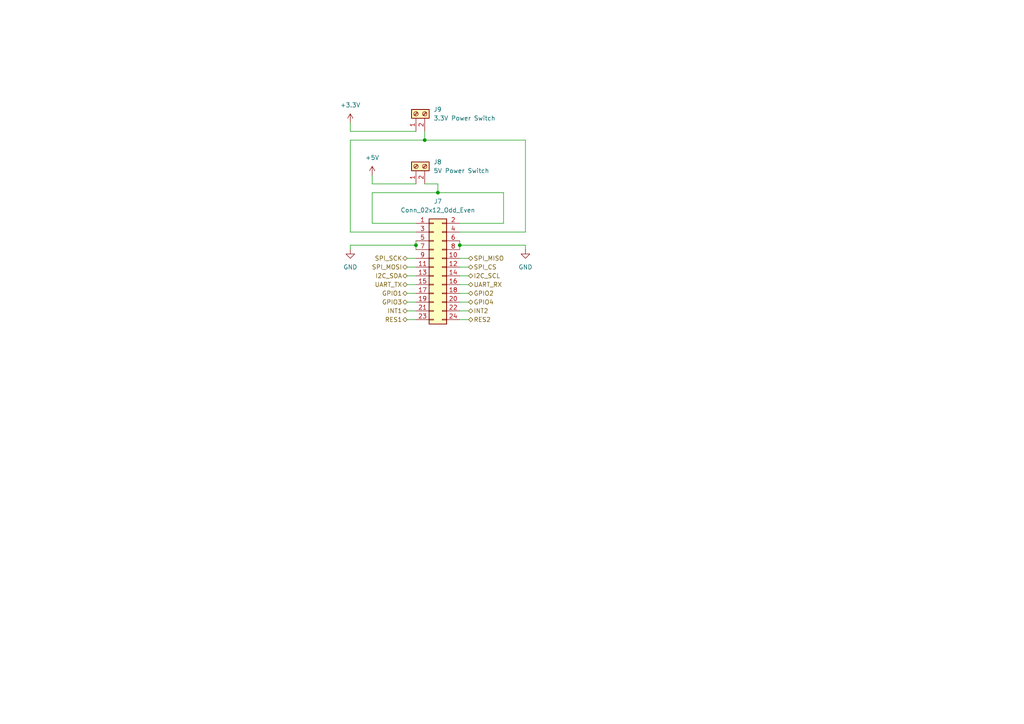
<source format=kicad_sch>
(kicad_sch (version 20250114) (generator "eeschema") (generator_version "9.0")
  (paper "A4")
  (lib_symbols
    (symbol "Connector:Screw_Terminal_01x02" (pin_names (offset 1.016) (hide yes))
      (property "Reference" "J" (at 0 2.54 0))
      (property "Value" "Screw_Terminal_01x02" (at 0 -5.08 0))
      (symbol "Screw_Terminal_01x02_1_1"
        (rectangle (start -1.27 1.27) (end 1.27 -3.81) (stroke (width 0.254)) (fill (type background)))
        (polyline (pts (xy -0.5334 0.3302) (xy 0.3302 -0.508)) (stroke (width 0.1524)))
        (polyline (pts (xy -0.5334 -2.2098) (xy 0.3302 -3.048)) (stroke (width 0.1524)))
        (polyline (pts (xy -0.3556 0.508) (xy 0.508 -0.3302)) (stroke (width 0.1524)))
        (polyline (pts (xy -0.3556 -2.032) (xy 0.508 -2.8702)) (stroke (width 0.1524)))
        (circle (center 0 0) (radius 0.635) (stroke (width 0.1524)))
        (circle (center 0 -2.54) (radius 0.635) (stroke (width 0.1524)))
        (pin passive line (at -5.08 0 0) (length 3.81) (name "Pin_1") (number "1"))
        (pin passive line (at -5.08 -2.54 0) (length 3.81) (name "Pin_2") (number "2"))
      )
    )
    (symbol "Connector_Generic:Conn_02x12_Odd_Even" (pin_names (offset 1.016) (hide yes))
      (property "Reference" "J" (at 1.27 15.24 0))
      (property "Value" "Conn_02x12_Odd_Even" (at 1.27 -17.78 0))
      (symbol "Conn_02x12_Odd_Even_1_1"
        (rectangle (start -1.27 13.97) (end 3.81 -16.51) (stroke (width 0.254)) (fill (type background)))
        (rectangle (start -1.27 12.827) (end 0 12.573) (stroke (width 0.1524)))
        (rectangle (start -1.27 10.287) (end 0 10.033) (stroke (width 0.1524)))
        (rectangle (start -1.27 7.747) (end 0 7.493) (stroke (width 0.1524)))
        (rectangle (start -1.27 5.207) (end 0 4.953) (stroke (width 0.1524)))
        (rectangle (start -1.27 2.667) (end 0 2.413) (stroke (width 0.1524)))
        (rectangle (start -1.27 0.127) (end 0 -0.127) (stroke (width 0.1524)))
        (rectangle (start -1.27 -2.413) (end 0 -2.667) (stroke (width 0.1524)))
        (rectangle (start -1.27 -4.953) (end 0 -5.207) (stroke (width 0.1524)))
        (rectangle (start -1.27 -7.493) (end 0 -7.747) (stroke (width 0.1524)))
        (rectangle (start -1.27 -10.033) (end 0 -10.287) (stroke (width 0.1524)))
        (rectangle (start -1.27 -12.573) (end 0 -12.827) (stroke (width 0.1524)))
        (rectangle (start -1.27 -15.113) (end 0 -15.367) (stroke (width 0.1524)))
        (rectangle (start 3.81 12.827) (end 2.54 12.573) (stroke (width 0.1524)))
        (rectangle (start 3.81 10.287) (end 2.54 10.033) (stroke (width 0.1524)))
        (rectangle (start 3.81 7.747) (end 2.54 7.493) (stroke (width 0.1524)))
        (rectangle (start 3.81 5.207) (end 2.54 4.953) (stroke (width 0.1524)))
        (rectangle (start 3.81 2.667) (end 2.54 2.413) (stroke (width 0.1524)))
        (rectangle (start 3.81 0.127) (end 2.54 -0.127) (stroke (width 0.1524)))
        (rectangle (start 3.81 -2.413) (end 2.54 -2.667) (stroke (width 0.1524)))
        (rectangle (start 3.81 -4.953) (end 2.54 -5.207) (stroke (width 0.1524)))
        (rectangle (start 3.81 -7.493) (end 2.54 -7.747) (stroke (width 0.1524)))
        (rectangle (start 3.81 -10.033) (end 2.54 -10.287) (stroke (width 0.1524)))
        (rectangle (start 3.81 -12.573) (end 2.54 -12.827) (stroke (width 0.1524)))
        (rectangle (start 3.81 -15.113) (end 2.54 -15.367) (stroke (width 0.1524)))
        (pin passive line (at -5.08 12.7 0) (length 3.81) (name "Pin_1") (number "1"))
        (pin passive line (at -5.08 10.16 0) (length 3.81) (name "Pin_3") (number "3"))
        (pin passive line (at -5.08 7.62 0) (length 3.81) (name "Pin_5") (number "5"))
        (pin passive line (at -5.08 5.08 0) (length 3.81) (name "Pin_7") (number "7"))
        (pin passive line (at -5.08 2.54 0) (length 3.81) (name "Pin_9") (number "9"))
        (pin passive line (at -5.08 0 0) (length 3.81) (name "Pin_11") (number "11"))
        (pin passive line (at -5.08 -2.54 0) (length 3.81) (name "Pin_13") (number "13"))
        (pin passive line (at -5.08 -5.08 0) (length 3.81) (name "Pin_15") (number "15"))
        (pin passive line (at -5.08 -7.62 0) (length 3.81) (name "Pin_17") (number "17"))
        (pin passive line (at -5.08 -10.16 0) (length 3.81) (name "Pin_19") (number "19"))
        (pin passive line (at -5.08 -12.7 0) (length 3.81) (name "Pin_21") (number "21"))
        (pin passive line (at -5.08 -15.24 0) (length 3.81) (name "Pin_23") (number "23"))
        (pin passive line (at 7.62 12.7 180) (length 3.81) (name "Pin_2") (number "2"))
        (pin passive line (at 7.62 10.16 180) (length 3.81) (name "Pin_4") (number "4"))
        (pin passive line (at 7.62 7.62 180) (length 3.81) (name "Pin_6") (number "6"))
        (pin passive line (at 7.62 5.08 180) (length 3.81) (name "Pin_8") (number "8"))
        (pin passive line (at 7.62 2.54 180) (length 3.81) (name "Pin_10") (number "10"))
        (pin passive line (at 7.62 0 180) (length 3.81) (name "Pin_12") (number "12"))
        (pin passive line (at 7.62 -2.54 180) (length 3.81) (name "Pin_14") (number "14"))
        (pin passive line (at 7.62 -5.08 180) (length 3.81) (name "Pin_16") (number "16"))
        (pin passive line (at 7.62 -7.62 180) (length 3.81) (name "Pin_18") (number "18"))
        (pin passive line (at 7.62 -10.16 180) (length 3.81) (name "Pin_20") (number "20"))
        (pin passive line (at 7.62 -12.7 180) (length 3.81) (name "Pin_22") (number "22"))
        (pin passive line (at 7.62 -15.24 180) (length 3.81) (name "Pin_24") (number "24"))
      )
    )
    (symbol "power:+3.3V" (power) (pin_numbers (hide yes)) (pin_names (offset 0) (hide yes))
      (property "Value" "+3.3V" (at 0 3.556 0))
      (symbol "+3.3V_0_1"
        (polyline (pts (xy -0.762 1.27) (xy 0 2.54)))
        (polyline (pts (xy 0 2.54) (xy 0.762 1.27)))
        (polyline (pts (xy 0 0) (xy 0 2.54)))
      )
      (symbol "+3.3V_1_1"
        (pin power_in line (at 0 0 90) (length 0) (name "~") (number "1"))
      )
    )
    (symbol "power:+5V" (power) (pin_numbers (hide yes)) (pin_names (offset 0) (hide yes))
      (property "Value" "+5V" (at 0 3.556 0))
      (symbol "+5V_0_1"
        (polyline (pts (xy -0.762 1.27) (xy 0 2.54)))
        (polyline (pts (xy 0 2.54) (xy 0.762 1.27)))
        (polyline (pts (xy 0 0) (xy 0 2.54)))
      )
      (symbol "+5V_1_1"
        (pin power_in line (at 0 0 90) (length 0) (name "~") (number "1"))
      )
    )
    (symbol "power:GND" (power) (pin_numbers (hide yes)) (pin_names (offset 0) (hide yes))
      (property "Value" "GND" (at 0 -3.81 0))
      (symbol "GND_0_1"
        (polyline (pts (xy 0 0) (xy 0 -1.27) (xy 1.27 -1.27) (xy 0 -2.54) (xy -1.27 -1.27) (xy 0 -1.27)))
      )
      (symbol "GND_1_1"
        (pin power_in line (at 0 0 270) (length 0) (name "~") (number "1"))
      )
    )
  )
  (junction (at 127 55.88))
  (junction (at 120.65 71.12))
  (junction (at 133.35 71.12))
  (junction (at 123.19 40.64))
  (wire (pts (xy 101.6 71.12) (xy 120.65 71.12)))
  (wire (pts (xy 133.35 90.17) (xy 135.89 90.17)))
  (wire (pts (xy 127 53.34) (xy 127 55.88)))
  (wire (pts (xy 120.65 71.12) (xy 120.65 72.39)))
  (wire (pts (xy 123.19 53.34) (xy 127 53.34)))
  (wire (pts (xy 120.65 53.34) (xy 107.95 53.34)))
  (wire (pts (xy 120.65 69.85) (xy 120.65 71.12)))
  (wire (pts (xy 133.35 82.55) (xy 135.89 82.55)))
  (wire (pts (xy 133.35 80.01) (xy 135.89 80.01)))
  (wire (pts (xy 118.11 90.17) (xy 120.65 90.17)))
  (wire (pts (xy 107.95 55.88) (xy 107.95 64.77)))
  (wire (pts (xy 133.35 87.63) (xy 135.89 87.63)))
  (wire (pts (xy 133.35 69.85) (xy 133.35 71.12)))
  (wire (pts (xy 133.35 92.71) (xy 135.89 92.71)))
  (wire (pts (xy 118.11 80.01) (xy 120.65 80.01)))
  (wire (pts (xy 133.35 77.47) (xy 135.89 77.47)))
  (wire (pts (xy 101.6 67.31) (xy 120.65 67.31)))
  (wire (pts (xy 107.95 64.77) (xy 120.65 64.77)))
  (wire (pts (xy 101.6 35.56) (xy 101.6 38.1)))
  (wire (pts (xy 118.11 92.71) (xy 120.65 92.71)))
  (wire (pts (xy 152.4 72.39) (xy 152.4 71.12)))
  (wire (pts (xy 133.35 67.31) (xy 152.4 67.31)))
  (wire (pts (xy 133.35 71.12) (xy 133.35 72.39)))
  (wire (pts (xy 127 55.88) (xy 107.95 55.88)))
  (wire (pts (xy 101.6 72.39) (xy 101.6 71.12)))
  (wire (pts (xy 118.11 77.47) (xy 120.65 77.47)))
  (wire (pts (xy 152.4 40.64) (xy 123.19 40.64)))
  (wire (pts (xy 101.6 40.64) (xy 101.6 67.31)))
  (wire (pts (xy 101.6 38.1) (xy 120.65 38.1)))
  (wire (pts (xy 146.05 55.88) (xy 146.05 64.77)))
  (wire (pts (xy 118.11 82.55) (xy 120.65 82.55)))
  (wire (pts (xy 133.35 74.93) (xy 135.89 74.93)))
  (wire (pts (xy 133.35 71.12) (xy 152.4 71.12)))
  (wire (pts (xy 152.4 40.64) (xy 152.4 67.31)))
  (wire (pts (xy 118.11 74.93) (xy 120.65 74.93)))
  (wire (pts (xy 133.35 85.09) (xy 135.89 85.09)))
  (wire (pts (xy 146.05 64.77) (xy 133.35 64.77)))
  (wire (pts (xy 118.11 87.63) (xy 120.65 87.63)))
  (wire (pts (xy 118.11 85.09) (xy 120.65 85.09)))
  (wire (pts (xy 123.19 40.64) (xy 123.19 38.1)))
  (wire (pts (xy 107.95 53.34) (xy 107.95 50.8)))
  (wire (pts (xy 146.05 55.88) (xy 127 55.88)))
  (wire (pts (xy 123.19 40.64) (xy 101.6 40.64)))
  (hierarchical_label "UART_TX" (shape bidirectional) (at 118.11 82.55 180))
  (hierarchical_label "SPI_SCK" (shape bidirectional) (at 118.11 74.93 180))
  (hierarchical_label "GPIO4" (shape bidirectional) (at 135.89 87.63 0))
  (hierarchical_label "SPI_MOSI" (shape bidirectional) (at 118.11 77.47 180))
  (hierarchical_label "GPIO1" (shape bidirectional) (at 118.11 85.09 180))
  (hierarchical_label "SPI_MISO" (shape bidirectional) (at 135.89 74.93 0))
  (hierarchical_label "I2C_SCL" (shape bidirectional) (at 135.89 80.01 0))
  (hierarchical_label "INT1" (shape bidirectional) (at 118.11 90.17 180))
  (hierarchical_label "I2C_SDA" (shape bidirectional) (at 118.11 80.01 180))
  (hierarchical_label "GPIO2" (shape bidirectional) (at 135.89 85.09 0))
  (hierarchical_label "RES1" (shape bidirectional) (at 118.11 92.71 180))
  (hierarchical_label "RES2" (shape bidirectional) (at 135.89 92.71 0))
  (hierarchical_label "GPIO3" (shape bidirectional) (at 118.11 87.63 180))
  (hierarchical_label "INT2" (shape bidirectional) (at 135.89 90.17 0))
  (hierarchical_label "UART_RX" (shape bidirectional) (at 135.89 82.55 0))
  (hierarchical_label "SPI_CS" (shape bidirectional) (at 135.89 77.47 0))
  (symbol (lib_id "Connector:Screw_Terminal_01x02") (at 120.65 33.02 90) (unit 1)
    (property "Reference" "J9" (at 125.73 31.7499 90) (effects (justify right)))
    (property "Value" "3.3V Power Switch" (at 125.73 34.2899 90) (effects (justify right)))
    (property "Description" "Generic screw terminal, single row, 01x02, script generated (kicad-library-utils/schlib/autogen/connector/)" (effects (hide yes)))
  )
  (symbol (lib_id "Connector:Screw_Terminal_01x02") (at 120.65 48.26 90) (unit 1)
    (property "Reference" "J8" (at 125.73 46.9899 90) (effects (justify right)))
    (property "Value" "5V Power Switch" (at 125.73 49.5299 90) (effects (justify right)))
    (property "Description" "Generic screw terminal, single row, 01x02, script generated (kicad-library-utils/schlib/autogen/connector/)" (effects (hide yes)))
  )
  (symbol (lib_id "Connector_Generic:Conn_02x12_Odd_Even") (at 125.73 77.47 0) (unit 1)
    (property "Reference" "J7" (at 127 58.42 0))
    (property "Value" "Conn_02x12_Odd_Even" (at 127 60.96 0))
    (property "Footprint" "Connector_PinHeader_2.54mm:PinHeader_2x12_P2.54mm_Vertical" (effects (hide yes)))
    (property "Description" "Generic connector, double row, 02x12, odd/even pin numbering scheme (row 1 odd numbers, row 2 even numbers), script generated (kicad-library-utils/schlib/autogen/connector/)" (effects (hide yes)))
  )
  (symbol (lib_id "power:+5V") (at 107.95 50.8 0) (unit 1)
    (property "Reference" "#PWR043" (effects (hide yes)))
    (property "Value" "+5V" (at 107.95 45.72 0))
    (property "Description" "Power symbol creates a global label with name \"+5V\"" (effects (hide yes)))
  )
  (symbol (lib_id "power:GND") (at 101.6 72.39 0) (unit 1)
    (property "Reference" "#PWR045" (effects (hide yes)))
    (property "Value" "GND" (at 101.6 77.47 0))
    (property "Description" "Power symbol creates a global label with name \"GND\" , ground" (effects (hide yes)))
  )
  (symbol (lib_id "power:+3.3V") (at 101.6 35.56 0) (unit 1)
    (property "Reference" "#PWR041" (effects (hide yes)))
    (property "Value" "+3.3V" (at 101.6 30.48 0))
    (property "Description" "Power symbol creates a global label with name \"+3.3V\"" (effects (hide yes)))
  )
  (symbol (lib_id "power:GND") (at 152.4 72.39 0) (unit 1)
    (property "Reference" "#PWR046" (effects (hide yes)))
    (property "Value" "GND" (at 152.4 77.47 0))
    (property "Description" "Power symbol creates a global label with name \"GND\" , ground" (effects (hide yes)))
  )
)
</source>
